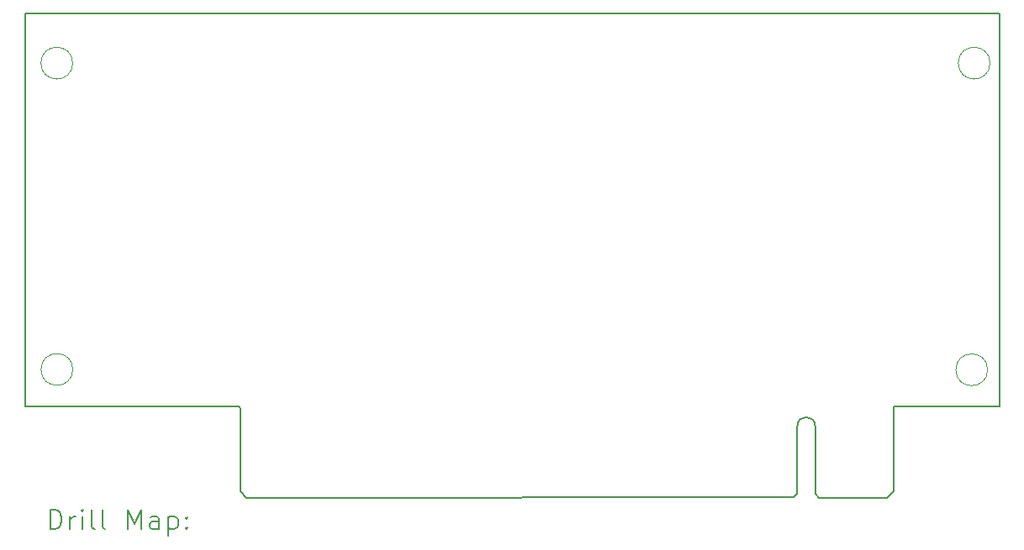
<source format=gbr>
%TF.GenerationSoftware,KiCad,Pcbnew,8.0.4*%
%TF.CreationDate,2024-08-09T20:43:15+03:00*%
%TF.ProjectId,mpf-ii-bus-adapter,6d70662d-6969-42d6-9275-732d61646170,A*%
%TF.SameCoordinates,Original*%
%TF.FileFunction,Drillmap*%
%TF.FilePolarity,Positive*%
%FSLAX45Y45*%
G04 Gerber Fmt 4.5, Leading zero omitted, Abs format (unit mm)*
G04 Created by KiCad (PCBNEW 8.0.4) date 2024-08-09 20:43:15*
%MOMM*%
%LPD*%
G01*
G04 APERTURE LIST*
%ADD10C,0.150000*%
%ADD11C,0.050000*%
%ADD12C,0.200000*%
G04 APERTURE END LIST*
D10*
X19300000Y-7150000D02*
X19300000Y-11115000D01*
X11650000Y-11115000D02*
X9490000Y-11115000D01*
D11*
X9969078Y-7650000D02*
G75*
G02*
X9648922Y-7650000I-160078J0D01*
G01*
X9648922Y-7650000D02*
G75*
G02*
X9969078Y-7650000I160078J0D01*
G01*
D10*
X9490000Y-11115000D02*
X9490000Y-7150000D01*
X11657000Y-11143000D02*
X11650000Y-11115000D01*
D11*
X9970078Y-10739078D02*
G75*
G02*
X9649922Y-10739078I-160078J0D01*
G01*
X9649922Y-10739078D02*
G75*
G02*
X9970078Y-10739078I160078J0D01*
G01*
D10*
X19300000Y-11115000D02*
X18235000Y-11116000D01*
X18235300Y-11282500D02*
X18235000Y-11116000D01*
D11*
X19182578Y-10742500D02*
G75*
G02*
X18862422Y-10742500I-160078J0D01*
G01*
X18862422Y-10742500D02*
G75*
G02*
X19182578Y-10742500I160078J0D01*
G01*
X19207078Y-7650000D02*
G75*
G02*
X18886922Y-7650000I-160078J0D01*
G01*
X18886922Y-7650000D02*
G75*
G02*
X19207078Y-7650000I160078J0D01*
G01*
D10*
X11656700Y-11282500D02*
X11657000Y-11143000D01*
X9490000Y-7150000D02*
X19300000Y-7150000D01*
X11656700Y-11968300D02*
X11656700Y-11282500D01*
X11720200Y-12031800D02*
X11656700Y-11968300D01*
X17226000Y-12030000D02*
X11720200Y-12031800D01*
X17266000Y-11310000D02*
X17266000Y-11990000D01*
X17266000Y-11990000D02*
X17226000Y-12030000D01*
X17446000Y-11310000D02*
X17446000Y-11990000D01*
X17446000Y-11990000D02*
X17486000Y-12031800D01*
X18171800Y-12031800D02*
X17486000Y-12031800D01*
X18171800Y-12031800D02*
X18235300Y-11968300D01*
X18235300Y-11282500D02*
X18235300Y-11968300D01*
X17266000Y-11310000D02*
G75*
G02*
X17446000Y-11310000I90000J0D01*
G01*
D12*
X9743277Y-12350784D02*
X9743277Y-12150784D01*
X9743277Y-12150784D02*
X9790896Y-12150784D01*
X9790896Y-12150784D02*
X9819467Y-12160308D01*
X9819467Y-12160308D02*
X9838515Y-12179355D01*
X9838515Y-12179355D02*
X9848039Y-12198403D01*
X9848039Y-12198403D02*
X9857563Y-12236498D01*
X9857563Y-12236498D02*
X9857563Y-12265070D01*
X9857563Y-12265070D02*
X9848039Y-12303165D01*
X9848039Y-12303165D02*
X9838515Y-12322213D01*
X9838515Y-12322213D02*
X9819467Y-12341260D01*
X9819467Y-12341260D02*
X9790896Y-12350784D01*
X9790896Y-12350784D02*
X9743277Y-12350784D01*
X9943277Y-12350784D02*
X9943277Y-12217451D01*
X9943277Y-12255546D02*
X9952801Y-12236498D01*
X9952801Y-12236498D02*
X9962324Y-12226974D01*
X9962324Y-12226974D02*
X9981372Y-12217451D01*
X9981372Y-12217451D02*
X10000420Y-12217451D01*
X10067086Y-12350784D02*
X10067086Y-12217451D01*
X10067086Y-12150784D02*
X10057563Y-12160308D01*
X10057563Y-12160308D02*
X10067086Y-12169832D01*
X10067086Y-12169832D02*
X10076610Y-12160308D01*
X10076610Y-12160308D02*
X10067086Y-12150784D01*
X10067086Y-12150784D02*
X10067086Y-12169832D01*
X10190896Y-12350784D02*
X10171848Y-12341260D01*
X10171848Y-12341260D02*
X10162324Y-12322213D01*
X10162324Y-12322213D02*
X10162324Y-12150784D01*
X10295658Y-12350784D02*
X10276610Y-12341260D01*
X10276610Y-12341260D02*
X10267086Y-12322213D01*
X10267086Y-12322213D02*
X10267086Y-12150784D01*
X10524229Y-12350784D02*
X10524229Y-12150784D01*
X10524229Y-12150784D02*
X10590896Y-12293641D01*
X10590896Y-12293641D02*
X10657563Y-12150784D01*
X10657563Y-12150784D02*
X10657563Y-12350784D01*
X10838515Y-12350784D02*
X10838515Y-12246022D01*
X10838515Y-12246022D02*
X10828991Y-12226974D01*
X10828991Y-12226974D02*
X10809944Y-12217451D01*
X10809944Y-12217451D02*
X10771848Y-12217451D01*
X10771848Y-12217451D02*
X10752801Y-12226974D01*
X10838515Y-12341260D02*
X10819467Y-12350784D01*
X10819467Y-12350784D02*
X10771848Y-12350784D01*
X10771848Y-12350784D02*
X10752801Y-12341260D01*
X10752801Y-12341260D02*
X10743277Y-12322213D01*
X10743277Y-12322213D02*
X10743277Y-12303165D01*
X10743277Y-12303165D02*
X10752801Y-12284117D01*
X10752801Y-12284117D02*
X10771848Y-12274594D01*
X10771848Y-12274594D02*
X10819467Y-12274594D01*
X10819467Y-12274594D02*
X10838515Y-12265070D01*
X10933753Y-12217451D02*
X10933753Y-12417451D01*
X10933753Y-12226974D02*
X10952801Y-12217451D01*
X10952801Y-12217451D02*
X10990896Y-12217451D01*
X10990896Y-12217451D02*
X11009944Y-12226974D01*
X11009944Y-12226974D02*
X11019467Y-12236498D01*
X11019467Y-12236498D02*
X11028991Y-12255546D01*
X11028991Y-12255546D02*
X11028991Y-12312689D01*
X11028991Y-12312689D02*
X11019467Y-12331736D01*
X11019467Y-12331736D02*
X11009944Y-12341260D01*
X11009944Y-12341260D02*
X10990896Y-12350784D01*
X10990896Y-12350784D02*
X10952801Y-12350784D01*
X10952801Y-12350784D02*
X10933753Y-12341260D01*
X11114705Y-12331736D02*
X11124229Y-12341260D01*
X11124229Y-12341260D02*
X11114705Y-12350784D01*
X11114705Y-12350784D02*
X11105182Y-12341260D01*
X11105182Y-12341260D02*
X11114705Y-12331736D01*
X11114705Y-12331736D02*
X11114705Y-12350784D01*
X11114705Y-12226974D02*
X11124229Y-12236498D01*
X11124229Y-12236498D02*
X11114705Y-12246022D01*
X11114705Y-12246022D02*
X11105182Y-12236498D01*
X11105182Y-12236498D02*
X11114705Y-12226974D01*
X11114705Y-12226974D02*
X11114705Y-12246022D01*
M02*

</source>
